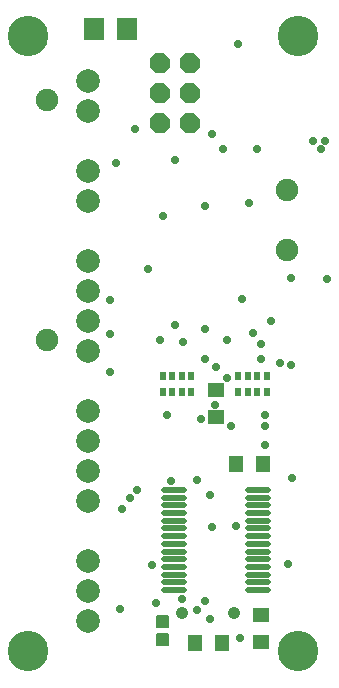
<source format=gbr>
G04 EAGLE Gerber RS-274X export*
G75*
%MOMM*%
%FSLAX34Y34*%
%LPD*%
%INSoldermask Bottom*%
%IPPOS*%
%AMOC8*
5,1,8,0,0,1.08239X$1,22.5*%
G01*
%ADD10C,3.429000*%
%ADD11R,1.181000X1.327000*%
%ADD12R,0.627000X0.777000*%
%ADD13C,1.077000*%
%ADD14P,1.815168X8X292.500000*%
%ADD15C,0.508000*%
%ADD16C,0.150778*%
%ADD17R,1.327000X1.181000*%
%ADD18C,2.006600*%
%ADD19C,1.905000*%
%ADD20R,1.727000X1.927000*%
%ADD21C,0.731000*%


D10*
X31750Y552450D03*
X31750Y31750D03*
X260350Y31750D03*
X260350Y552450D03*
D11*
X230615Y190500D03*
X207535Y190500D03*
D12*
X209488Y265195D03*
X217488Y265195D03*
X225488Y265195D03*
X233488Y265195D03*
X233488Y251695D03*
X225488Y251695D03*
X217488Y251695D03*
X209488Y251695D03*
X169480Y251695D03*
X161480Y251695D03*
X153480Y251695D03*
X145480Y251695D03*
X145480Y265195D03*
X153480Y265195D03*
X161480Y265195D03*
X169480Y265195D03*
D13*
X206152Y63837D03*
X162152Y63837D03*
D14*
X142875Y530225D03*
X168275Y530225D03*
X142875Y504825D03*
X168275Y504825D03*
X142875Y479425D03*
X168275Y479425D03*
D15*
X218059Y168275D02*
X234569Y168275D01*
X234569Y161773D02*
X218059Y161773D01*
X218059Y155275D02*
X234569Y155275D01*
X234569Y148775D02*
X218059Y148775D01*
X218059Y142273D02*
X234569Y142273D01*
X234569Y135776D02*
X218059Y135776D01*
X218059Y129278D02*
X234569Y129278D01*
X234569Y122776D02*
X218059Y122776D01*
X218059Y116276D02*
X234569Y116276D01*
X234569Y109774D02*
X218059Y109774D01*
X218059Y103271D02*
X234569Y103271D01*
X234569Y96774D02*
X218059Y96774D01*
X218059Y90277D02*
X234569Y90277D01*
X234569Y83774D02*
X218059Y83774D01*
X163449Y83774D02*
X146939Y83774D01*
X146939Y90277D02*
X163449Y90277D01*
X163449Y96774D02*
X146939Y96774D01*
X146939Y103271D02*
X163449Y103271D01*
X163449Y109774D02*
X146939Y109774D01*
X146939Y116276D02*
X163449Y116276D01*
X163449Y122776D02*
X146939Y122776D01*
X146939Y129278D02*
X163449Y129278D01*
X163449Y135776D02*
X146939Y135776D01*
X146939Y142273D02*
X163449Y142273D01*
X163449Y148775D02*
X146939Y148775D01*
X146939Y155275D02*
X163449Y155275D01*
X163449Y161778D02*
X146939Y161778D01*
X146939Y168275D02*
X163449Y168275D01*
D16*
X150423Y46034D02*
X150423Y36772D01*
X140661Y36772D01*
X140661Y46034D01*
X150423Y46034D01*
X150423Y38205D02*
X140661Y38205D01*
X140661Y39638D02*
X150423Y39638D01*
X150423Y41071D02*
X140661Y41071D01*
X140661Y42504D02*
X150423Y42504D01*
X150423Y43937D02*
X140661Y43937D01*
X140661Y45370D02*
X150423Y45370D01*
X150423Y52772D02*
X150423Y62034D01*
X150423Y52772D02*
X140661Y52772D01*
X140661Y62034D01*
X150423Y62034D01*
X150423Y54205D02*
X140661Y54205D01*
X140661Y55638D02*
X150423Y55638D01*
X150423Y57071D02*
X140661Y57071D01*
X140661Y58504D02*
X150423Y58504D01*
X150423Y59937D02*
X140661Y59937D01*
X140661Y61370D02*
X150423Y61370D01*
D17*
X190500Y229760D03*
X190500Y252840D03*
X228600Y62340D03*
X228600Y39260D03*
D11*
X172610Y38735D03*
X195690Y38735D03*
D18*
X82550Y361950D03*
X82550Y336550D03*
X82550Y311150D03*
X82550Y285750D03*
D19*
X250825Y422275D03*
X250825Y371475D03*
X47625Y498475D03*
X47625Y295275D03*
D18*
X82550Y158750D03*
X82550Y184150D03*
X82550Y209550D03*
X82550Y234950D03*
X82550Y412750D03*
X82550Y438150D03*
X82550Y488950D03*
X82550Y514350D03*
X82550Y107950D03*
X82550Y82550D03*
X82550Y57150D03*
D20*
X87600Y558800D03*
X115600Y558800D03*
D21*
X218821Y410972D03*
X181737Y408940D03*
X155575Y307975D03*
X284480Y347345D03*
X210947Y42799D03*
X152575Y176050D03*
X174400Y177225D03*
X111125Y152400D03*
X185225Y163725D03*
X185900Y59525D03*
X255016Y178435D03*
X121666Y473710D03*
X212725Y330200D03*
X100584Y300355D03*
X100584Y328930D03*
X100584Y268605D03*
X155575Y447675D03*
X189738Y240665D03*
X139700Y73025D03*
X251841Y105410D03*
X108966Y67310D03*
X105791Y445135D03*
X253746Y274447D03*
X253746Y347472D03*
X149225Y231775D03*
X136525Y104775D03*
X228600Y292100D03*
X273050Y463550D03*
X282575Y463550D03*
X279400Y457200D03*
X146050Y400050D03*
X244475Y276225D03*
X207400Y138225D03*
X231775Y231775D03*
X177800Y228600D03*
X196850Y457200D03*
X203200Y222250D03*
X231775Y222250D03*
X228600Y279400D03*
X231775Y206375D03*
X225425Y457200D03*
X236883Y311150D03*
X190500Y272161D03*
X117475Y161925D03*
X180975Y279400D03*
X187400Y137225D03*
X180975Y304800D03*
X187325Y469900D03*
X200124Y263525D03*
X133350Y355600D03*
X174625Y66675D03*
X181257Y74031D03*
X200025Y295275D03*
X222250Y301625D03*
X142875Y295275D03*
X161925Y76200D03*
X162306Y293370D03*
X123825Y168275D03*
X209550Y546100D03*
M02*

</source>
